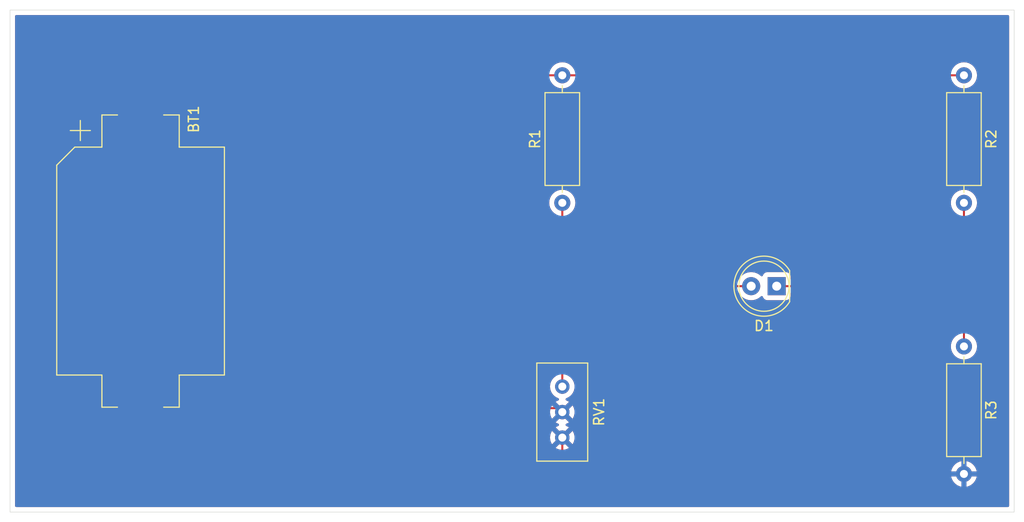
<source format=kicad_pcb>
(kicad_pcb (version 20240108) (generator "pcbnew") (generator_version "8.0")
  (layers (0 "F.Cu" signal) (31 "B.Cu" signal) (34 "B.Paste" user) (35 "F.Paste" user) (36 "B.SilkS" user "B.Silkscreen") (37 "F.SilkS" user "F.Silkscreen") (38 "B.Mask" user) (39 "F.Mask" user) (44 "Edge.Cuts" user))
  (net 0 "")
  (net 1 "GND")
  (net 2 "VCC")
  (net 3 "Net-(D1-K)")
  (net 4 "Net-(D1-A)")
  (footprint "LED_THT:LED_D5.0mm" (layer "F.Cu") (at 176.35 77.5 180)
    (property "Reference" "D1" (at 1.27 -3.96 360) (layer "F.SilkS"))
    (property "Value" "red")
    (fp_line (start -1.29 -1.545) (end -1.29 1.545) (stroke (width 0.12)) (layer "F.SilkS"))
    (fp_arc (start 4.26 0.000048) (mid 2.071756 2.880501) (end -1.29 1.54483) (stroke (width 0.12)) (layer "F.SilkS"))
    (fp_arc (start -1.29 -1.54483) (mid 2.071756 -2.880501) (end 4.26 -0.000048) (stroke (width 0.12)) (layer "F.SilkS"))
    (fp_circle (center 1.27 0) (end 3.77 0) (stroke (width 0.12)) (fill none) (layer "F.SilkS"))
    (pad "1" thru_hole rect (at 0 0 180) (size 1.8 1.8) (drill 0.9) (layers "*.Cu" "*.Mask") (net 3 "Net-(D1-K)"))
    (pad "2" thru_hole circle (at 2.54 0 180) (size 1.8 1.8) (drill 0.9) (layers "*.Cu" "*.Mask") (net 4 "Net-(D1-A)"))
  )
  (footprint "Battery:BatteryHolder_Keystone_1060_1x2032" (layer "F.Cu") (at 113 75 -90)
    (property "Reference" "BT1" (at -14.125 -5.3 90) (layer "F.SilkS"))
    (property "Value" "10V")
    (fp_line (start -9.55 8.35) (end -11.35 6.55) (stroke (width 0.12)) (layer "F.SilkS"))
    (fp_line (start 11.35 8.35) (end -9.55 8.35) (stroke (width 0.12)) (layer "F.SilkS"))
    (fp_line (start 11.35 8.35) (end 11.35 3.85) (stroke (width 0.12)) (layer "F.SilkS"))
    (fp_line (start -11.35 6.55) (end -11.35 3.85) (stroke (width 0.12)) (layer "F.SilkS"))
    (fp_line (start -12 6) (end -14 6) (stroke (width 0.12)) (layer "F.SilkS"))
    (fp_line (start -13 5) (end -13 7) (stroke (width 0.12)) (layer "F.SilkS"))
    (fp_line (start -14.55 3.85) (end -14.55 2.3) (stroke (width 0.12)) (layer "F.SilkS"))
    (fp_line (start -11.35 3.85) (end -14.55 3.85) (stroke (width 0.12)) (layer "F.SilkS"))
    (fp_line (start 11.35 3.85) (end 14.55 3.85) (stroke (width 0.12)) (layer "F.SilkS"))
    (fp_line (start 14.55 3.85) (end 14.55 2.3) (stroke (width 0.12)) (layer "F.SilkS"))
    (fp_line (start -14.55 -3.85) (end -14.55 -2.3) (stroke (width 0.12)) (layer "F.SilkS"))
    (fp_line (start -11.35 -3.85) (end -14.55 -3.85) (stroke (width 0.12)) (layer "F.SilkS"))
    (fp_line (start 11.35 -3.85) (end 14.55 -3.85) (stroke (width 0.12)) (layer "F.SilkS"))
    (fp_line (start 14.55 -3.85) (end 14.55 -2.3) (stroke (width 0.12)) (layer "F.SilkS"))
    (fp_line (start -11.35 -8.35) (end -11.35 -3.85) (stroke (width 0.12)) (layer "F.SilkS"))
    (fp_line (start -11.35 -8.35) (end 11.35 -8.35) (stroke (width 0.12)) (layer "F.SilkS"))
    (fp_line (start 11.35 -8.35) (end 11.35 -3.85) (stroke (width 0.12)) (layer "F.SilkS"))
    (pad "1" smd rect (at -14.65 0 90) (size 2.6 3.6) (layers "F.Cu" "F.Paste" "F.Mask") (net 2 "VCC"))
    (pad "2" smd rect (at 14.65 0 90) (size 2.6 3.6) (layers "F.Cu" "F.Paste" "F.Mask") (net 1 "GND"))
  )
  (footprint "Potentiometer_THT:Potentiometer_Bourns_3296W_Vertical" (layer "F.Cu") (at 155 92.58 -90)
    (property "Reference" "RV1" (at -2.54 -3.66 90) (layer "F.SilkS"))
    (property "Value" "R_Potentiometer")
    (fp_line (start -7.425 2.54) (end 2.345 2.54) (stroke (width 0.12)) (layer "F.SilkS"))
    (fp_line (start -7.425 -2.53) (end -7.425 2.54) (stroke (width 0.12)) (layer "F.SilkS"))
    (fp_line (start -7.425 -2.53) (end 2.345 -2.53) (stroke (width 0.12)) (layer "F.SilkS"))
    (fp_line (start 2.345 -2.53) (end 2.345 2.54) (stroke (width 0.12)) (layer "F.SilkS"))
    (pad "1" thru_hole circle (at 0 0 270) (size 1.44 1.44) (drill 0.8) (layers "*.Cu" "*.Mask") (net 1 "GND"))
    (pad "2" thru_hole circle (at -2.54 0 270) (size 1.44 1.44) (drill 0.8) (layers "*.Cu" "*.Mask") (net 1 "GND"))
    (pad "3" thru_hole circle (at -5.08 0 270) (size 1.44 1.44) (drill 0.8) (layers "*.Cu" "*.Mask") (net 4 "Net-(D1-A)"))
  )
  (footprint "Resistor_THT:R_Axial_DIN0309_L9.0mm_D3.2mm_P12.70mm_Horizontal" (layer "F.Cu") (at 155 69.2 90)
    (property "Reference" "R1" (at 6.35 -2.72 90) (layer "F.SilkS"))
    (property "Value" "0.5k")
    (fp_line (start 10.97 -1.72) (end 1.73 -1.72) (stroke (width 0.12)) (layer "F.SilkS"))
    (fp_line (start 1.73 -1.72) (end 1.73 1.72) (stroke (width 0.12)) (layer "F.SilkS"))
    (fp_line (start 11.66 0) (end 10.97 0) (stroke (width 0.12)) (layer "F.SilkS"))
    (fp_line (start 1.04 0) (end 1.73 0) (stroke (width 0.12)) (layer "F.SilkS"))
    (fp_line (start 10.97 1.72) (end 10.97 -1.72) (stroke (width 0.12)) (layer "F.SilkS"))
    (fp_line (start 1.73 1.72) (end 10.97 1.72) (stroke (width 0.12)) (layer "F.SilkS"))
    (pad "1" thru_hole circle (at 0 0 90) (size 1.6 1.6) (drill 0.8) (layers "*.Cu" "*.Mask") (net 4 "Net-(D1-A)"))
    (pad "2" thru_hole oval (at 12.7 0 90) (size 1.6 1.6) (drill 0.8) (layers "*.Cu" "*.Mask") (net 2 "VCC"))
  )
  (footprint "Resistor_THT:R_Axial_DIN0309_L9.0mm_D3.2mm_P12.70mm_Horizontal" (layer "F.Cu") (at 195 83.5 -90)
    (property "Reference" "R3" (at 6.35 -2.72 90) (layer "F.SilkS"))
    (property "Value" "0.15k")
    (fp_line (start 1.73 1.72) (end 10.97 1.72) (stroke (width 0.12)) (layer "F.SilkS"))
    (fp_line (start 10.97 1.72) (end 10.97 -1.72) (stroke (width 0.12)) (layer "F.SilkS"))
    (fp_line (start 1.04 0) (end 1.73 0) (stroke (width 0.12)) (layer "F.SilkS"))
    (fp_line (start 11.66 0) (end 10.97 0) (stroke (width 0.12)) (layer "F.SilkS"))
    (fp_line (start 1.73 -1.72) (end 1.73 1.72) (stroke (width 0.12)) (layer "F.SilkS"))
    (fp_line (start 10.97 -1.72) (end 1.73 -1.72) (stroke (width 0.12)) (layer "F.SilkS"))
    (pad "1" thru_hole circle (at 0 0 270) (size 1.6 1.6) (drill 0.8) (layers "*.Cu" "*.Mask") (net 3 "Net-(D1-K)"))
    (pad "2" thru_hole oval (at 12.7 0 270) (size 1.6 1.6) (drill 0.8) (layers "*.Cu" "*.Mask") (net 1 "GND"))
  )
  (footprint "Resistor_THT:R_Axial_DIN0309_L9.0mm_D3.2mm_P12.70mm_Horizontal" (layer "F.Cu") (at 195 56.5 -90)
    (property "Reference" "R2" (at 6.35 -2.72 90) (layer "F.SilkS"))
    (property "Value" "1k")
    (fp_line (start 1.73 1.72) (end 10.97 1.72) (stroke (width 0.12)) (layer "F.SilkS"))
    (fp_line (start 10.97 1.72) (end 10.97 -1.72) (stroke (width 0.12)) (layer "F.SilkS"))
    (fp_line (start 1.04 0) (end 1.73 0) (stroke (width 0.12)) (layer "F.SilkS"))
    (fp_line (start 11.66 0) (end 10.97 0) (stroke (width 0.12)) (layer "F.SilkS"))
    (fp_line (start 1.73 -1.72) (end 1.73 1.72) (stroke (width 0.12)) (layer "F.SilkS"))
    (fp_line (start 10.97 -1.72) (end 1.73 -1.72) (stroke (width 0.12)) (layer "F.SilkS"))
    (pad "1" thru_hole circle (at 0 0 270) (size 1.6 1.6) (drill 0.8) (layers "*.Cu" "*.Mask") (net 2 "VCC"))
    (pad "2" thru_hole oval (at 12.7 0 270) (size 1.6 1.6) (drill 0.8) (layers "*.Cu" "*.Mask") (net 3 "Net-(D1-K)"))
  )
  (gr_rect (start 100 50) (end 200 100) (stroke (width 0.05)) (fill none) (layer "Edge.Cuts"))
  (segment (start 156.2 96.2) (end 193.5 96.2) (width 0.2) (layer "F.Cu") (net 1))
  (segment (start 155 95) (end 156.2 96.2) (width 0.2) (layer "F.Cu") (net 1))
  (segment (start 155 92.58) (end 155 95) (width 0.2) (layer "F.Cu") (net 1))
  (segment (start 113 89.65) (end 154.61 89.65) (width 0.2) (layer "F.Cu") (net 1))
  (segment (start 154.61 89.65) (end 155 90.04) (width 0.2) (layer "F.Cu") (net 1))
  (segment (start 155 56.5) (end 195 56.5) (width 0.2) (layer "F.Cu") (net 2))
  (segment (start 113 57) (end 113.5 56.5) (width 0.2) (layer "F.Cu") (net 2))
  (segment (start 113 60.35) (end 113 57) (width 0.2) (layer "F.Cu") (net 2))
  (segment (start 113.5 56.5) (end 155 56.5) (width 0.2) (layer "F.Cu") (net 2))
  (segment (start 195 77.5) (end 195 83.5) (width 0.2) (layer "F.Cu") (net 3))
  (segment (start 195 69.2) (end 195 77.5) (width 0.2) (layer "F.Cu") (net 3))
  (segment (start 176.35 77.5) (end 195 77.5) (width 0.2) (layer "F.Cu") (net 3))
  (segment (start 155 69.2) (end 155 77.5) (width 0.2) (layer "F.Cu") (net 4))
  (segment (start 155 77.5) (end 173.81 77.5) (width 0.2) (layer "F.Cu") (net 4))
  (segment (start 155 77.5) (end 155 87.5) (width 0.2) (layer "F.Cu") (net 4))
  (zone (net 1) (net_name "GND") (layer "F.Cu") (connect_pads (clearance 0.5)) (min_thickness 0.25) (fill yes (thermal_gap 0.5) (thermal_bridge_width 0.5))
    (polygon (pts (xy 99 49) (xy 99 101) (xy 201 101) (xy 201 49)))
  )
  (zone (net 1) (net_name "GND") (layer "B.Cu") (priority 1) (connect_pads (clearance 0.5)) (min_thickness 0.25) (fill yes (thermal_gap 0.5) (thermal_bridge_width 0.5))
    (polygon (pts (xy 99 49) (xy 99 101) (xy 201 101) (xy 201 50) (xy 200 50) (xy 200 49)))
  )
)
</source>
